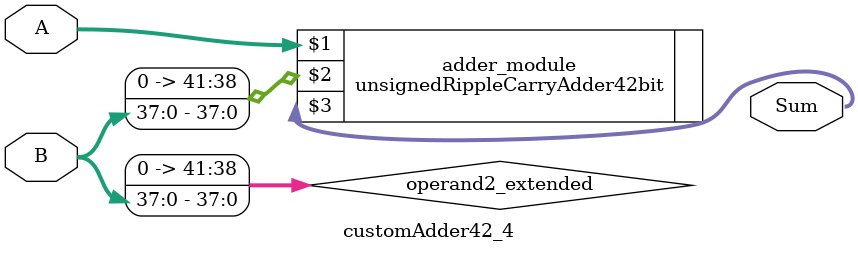
<source format=v>
module customAdder42_4(
                        input [41 : 0] A,
                        input [37 : 0] B,
                        
                        output [42 : 0] Sum
                );

        wire [41 : 0] operand2_extended;
        
        assign operand2_extended =  {4'b0, B};
        
        unsignedRippleCarryAdder42bit adder_module(
            A,
            operand2_extended,
            Sum
        );
        
        endmodule
        
</source>
